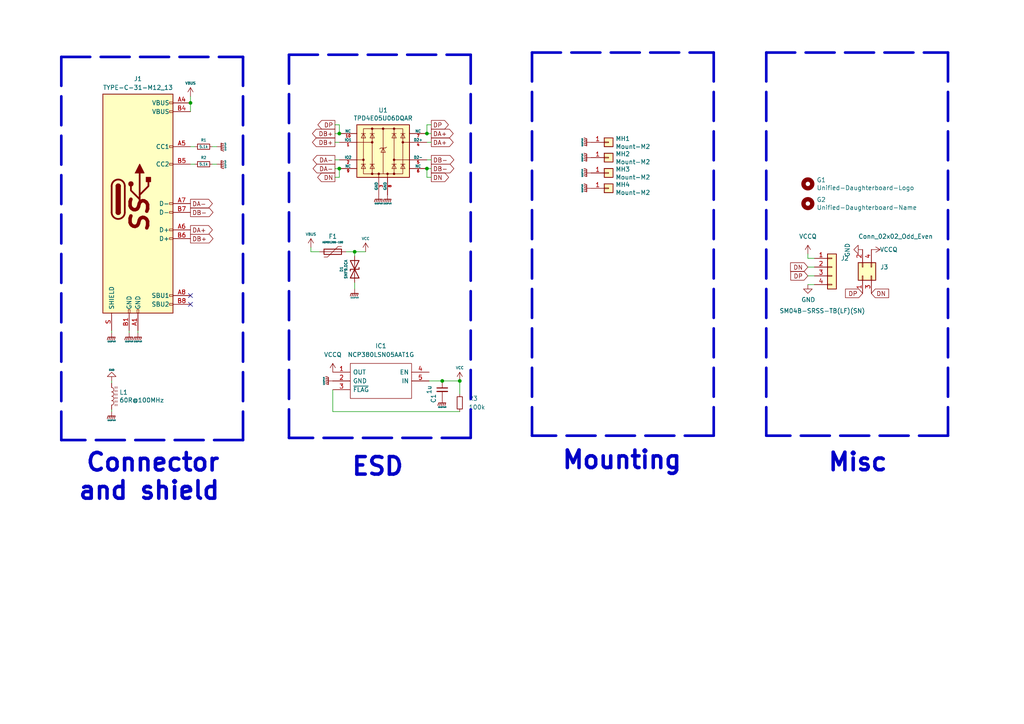
<source format=kicad_sch>
(kicad_sch (version 20211123) (generator eeschema)
  (paper "A4")
  (title_block (title "Unified Daughterboard") (date "2020-03-22") (rev "C3") (company "Designed by the keyboard community"))
  (lib_symbols
    (symbol "Connector_Generic:Conn_01x01" (pin_names (offset 1.016) hide)
      (property "Reference" "J" (at 0 2.54 0))
      (property "Value" "Conn_01x01" (at 0 -2.54 0))
      (symbol "Conn_01x01_1_1"
        (rectangle (start -1.27 0.127) (end 0 -0.127) (stroke (width 0.1524)))
        (rectangle (start -1.27 1.27) (end 1.27 -1.27) (stroke (width 0.254)) (fill (type background)))
        (pin passive line (at -5.08 0 0) (length 3.81) (name "Pin_1") (number "1"))
      )
    )
    (symbol "Connector_Generic:Conn_01x04" (pin_names (offset 1.016) hide)
      (property "Reference" "J" (at 0 5.08 0))
      (property "Value" "Conn_01x04" (at 0 -7.62 0))
      (symbol "Conn_01x04_1_1"
        (rectangle (start -1.27 -4.953) (end 0 -5.207) (stroke (width 0.1524)))
        (rectangle (start -1.27 -2.413) (end 0 -2.667) (stroke (width 0.1524)))
        (rectangle (start -1.27 0.127) (end 0 -0.127) (stroke (width 0.1524)))
        (rectangle (start -1.27 2.667) (end 0 2.413) (stroke (width 0.1524)))
        (rectangle (start -1.27 3.81) (end 1.27 -6.35) (stroke (width 0.254)) (fill (type background)))
        (pin passive line (at -5.08 2.54 0) (length 3.81) (name "Pin_1") (number "1"))
        (pin passive line (at -5.08 0 0) (length 3.81) (name "Pin_2") (number "2"))
        (pin passive line (at -5.08 -2.54 0) (length 3.81) (name "Pin_3") (number "3"))
        (pin passive line (at -5.08 -5.08 0) (length 3.81) (name "Pin_4") (number "4"))
      )
    )
    (symbol "Connector_Generic:Conn_02x02_Odd_Even" (pin_names (offset 1.016) hide)
      (property "Reference" "J" (at 1.27 2.54 0))
      (property "Value" "Conn_02x02_Odd_Even" (at 1.27 -5.08 0))
      (symbol "Conn_02x02_Odd_Even_1_1"
        (rectangle (start -1.27 -2.413) (end 0 -2.667) (stroke (width 0.1524)))
        (rectangle (start -1.27 0.127) (end 0 -0.127) (stroke (width 0.1524)))
        (rectangle (start -1.27 1.27) (end 3.81 -3.81) (stroke (width 0.254)) (fill (type background)))
        (rectangle (start 3.81 -2.413) (end 2.54 -2.667) (stroke (width 0.1524)))
        (rectangle (start 3.81 0.127) (end 2.54 -0.127) (stroke (width 0.1524)))
        (pin passive line (at -5.08 0 0) (length 3.81) (name "Pin_1") (number "1"))
        (pin passive line (at 7.62 0 180) (length 3.81) (name "Pin_2") (number "2"))
        (pin passive line (at -5.08 -2.54 0) (length 3.81) (name "Pin_3") (number "3"))
        (pin passive line (at 7.62 -2.54 180) (length 3.81) (name "Pin_4") (number "4"))
      )
    )
    (symbol "Device:C_Small" (pin_numbers hide) (pin_names (offset 0.254) hide)
      (property "Reference" "C" (at 0.254 1.778 0))
      (property "Value" "C_Small" (at 0.254 -2.032 0))
      (symbol "C_Small_0_1"
        (polyline (pts (xy -1.524 -0.508) (xy 1.524 -0.508)) (stroke (width 0.3302)))
        (polyline (pts (xy -1.524 0.508) (xy 1.524 0.508)) (stroke (width 0.3048)))
      )
      (symbol "C_Small_1_1"
        (pin passive line (at 0 2.54 270) (length 2.032) (name "~") (number "1"))
        (pin passive line (at 0 -2.54 90) (length 2.032) (name "~") (number "2"))
      )
    )
    (symbol "Device:D_TVS" (pin_numbers hide) (pin_names (offset 1.016) hide)
      (property "Reference" "D" (at 0 2.54 0))
      (property "Value" "D_TVS" (at 0 -2.54 0))
      (symbol "D_TVS_0_1"
        (polyline (pts (xy 1.27 0) (xy -1.27 0)))
        (polyline (pts (xy 0.508 1.27) (xy 0 1.27) (xy 0 -1.27) (xy -0.508 -1.27)) (stroke (width 0.254)))
        (polyline (pts (xy -2.54 1.27) (xy -2.54 -1.27) (xy 2.54 1.27) (xy 2.54 -1.27) (xy -2.54 1.27)) (stroke (width 0.254)))
      )
      (symbol "D_TVS_1_1"
        (pin passive line (at -3.81 0 0) (length 2.54) (name "A1") (number "1"))
        (pin passive line (at 3.81 0 180) (length 2.54) (name "A2") (number "2"))
      )
    )
    (symbol "Device:Polyfuse" (pin_numbers hide) (pin_names (offset 0))
      (property "Reference" "F" (at -2.54 0 90))
      (property "Value" "Polyfuse" (at 2.54 0 90))
      (symbol "Polyfuse_0_1"
        (rectangle (start -0.762 2.54) (end 0.762 -2.54) (stroke (width 0.254)))
        (polyline (pts (xy 0 2.54) (xy 0 -2.54)))
        (polyline (pts (xy -1.524 2.54) (xy -1.524 1.524) (xy 1.524 -1.524) (xy 1.524 -2.54)))
      )
      (symbol "Polyfuse_1_1"
        (pin passive line (at 0 3.81 270) (length 1.27) (name "~") (number "1"))
        (pin passive line (at 0 -3.81 90) (length 1.27) (name "~") (number "2"))
      )
    )
    (symbol "Device:R_Small" (pin_numbers hide) (pin_names (offset 0.254) hide)
      (property "Reference" "R" (at 0.762 0.508 0))
      (property "Value" "R_Small" (at 0.762 -1.016 0))
      (symbol "R_Small_0_1"
        (rectangle (start -0.762 1.778) (end 0.762 -1.778) (stroke (width 0.2032)))
      )
      (symbol "R_Small_1_1"
        (pin passive line (at 0 2.54 270) (length 0.762) (name "~") (number "1"))
        (pin passive line (at 0 -2.54 90) (length 0.762) (name "~") (number "2"))
      )
    )
    (symbol "Mechanical:MountingHole" (pin_names (offset 1.016))
      (property "Reference" "H" (at 0 5.08 0))
      (property "Value" "MountingHole" (at 0 3.175 0))
      (symbol "MountingHole_0_1"
        (circle (center 0 0) (radius 1.27) (stroke (width 1.27)))
      )
    )
    (symbol "SamacSys_Parts:NCP380LSN05AAT1G" (pin_names (offset 0.762))
      (property "Reference" "IC" (at 24.13 7.62 0))
      (property "Value" "NCP380LSN05AAT1G" (at 24.13 5.08 0))
      (symbol "NCP380LSN05AAT1G_0_0"
        (pin output line (at 0 0 0) (length 5.08) (name "OUT") (number "1"))
        (pin power_in line (at 0 -2.54 0) (length 5.08) (name "GND") (number "2"))
        (pin passive line (at 0 -5.08 0) (length 5.08) (name "~{FLAG}") (number "3"))
        (pin passive line (at 27.94 0 180) (length 5.08) (name "EN") (number "4"))
        (pin input line (at 27.94 -2.54 180) (length 5.08) (name "IN") (number "5"))
      )
      (symbol "NCP380LSN05AAT1G_0_1"
        (polyline (pts (xy 5.08 2.54) (xy 22.86 2.54) (xy 22.86 -7.62) (xy 5.08 -7.62) (xy 5.08 2.54)) (stroke (width 0.1524)))
      )
    )
    (symbol "Unified-Daughterboard-rescue:L_Core_Ferrite-Device" (pin_numbers hide) (pin_names (offset 1.016) hide)
      (property "Reference" "L" (at -1.27 0 90))
      (property "Value" "L_Core_Ferrite-Device" (at 2.794 0 90))
      (symbol "L_Core_Ferrite-Device_0_1"
        (arc (start 0 -2.54) (mid 0.635 -1.905) (end 0 -1.27))
        (arc (start 0 -1.27) (mid 0.635 -0.635) (end 0 0))
        (polyline (pts (xy 1.016 -2.794) (xy 1.016 -2.286)))
        (polyline (pts (xy 1.016 -1.778) (xy 1.016 -1.27)))
        (polyline (pts (xy 1.016 -0.762) (xy 1.016 -0.254)))
        (polyline (pts (xy 1.016 0.254) (xy 1.016 0.762)))
        (polyline (pts (xy 1.016 1.27) (xy 1.016 1.778)))
        (polyline (pts (xy 1.016 2.286) (xy 1.016 2.794)))
        (polyline (pts (xy 1.524 -2.286) (xy 1.524 -2.794)))
        (polyline (pts (xy 1.524 -1.27) (xy 1.524 -1.778)))
        (polyline (pts (xy 1.524 -0.254) (xy 1.524 -0.762)))
        (polyline (pts (xy 1.524 0.762) (xy 1.524 0.254)))
        (polyline (pts (xy 1.524 1.778) (xy 1.524 1.27)))
        (polyline (pts (xy 1.524 2.794) (xy 1.524 2.286)))
        (arc (start 0 0) (mid 0.635 0.635) (end 0 1.27))
        (arc (start 0 1.27) (mid 0.635 1.905) (end 0 2.54))
      )
      (symbol "L_Core_Ferrite-Device_1_1"
        (pin passive line (at 0 3.81 270) (length 1.27) (name "1") (number "1"))
        (pin passive line (at 0 -3.81 90) (length 1.27) (name "2") (number "2"))
      )
    )
    (symbol "Unified-Daughterboard-rescue:TPD4E05U06DQAR-acheronSymbols" (pin_names (offset 0))
      (property "Reference" "U" (at 0 12.7 0))
      (property "Value" "TPD4E05U06DQAR-acheronSymbols" (at 0 10.16 0))
      (symbol "TPD4E05U06DQAR-acheronSymbols_0_0"
        (rectangle (start -5.715 6.477) (end 5.715 -6.604))
        (polyline (pts (xy -3.175 -6.604) (xy -3.175 6.477)))
        (polyline (pts (xy 0 6.477) (xy 0 -6.604)))
        (polyline (pts (xy 3.175 6.477) (xy 3.175 -6.604)))
      )
      (symbol "TPD4E05U06DQAR-acheronSymbols_0_1"
        (rectangle (start -7.62 7.62) (end 7.62 -7.62) (stroke (width 0.254)) (fill (type background)))
        (circle (center -5.715 -2.54) (radius 0.2794) (fill (type outline)))
        (circle (center -3.175 -6.604) (radius 0.2794) (fill (type outline)))
        (circle (center -3.175 2.54) (radius 0.2794) (fill (type outline)))
        (circle (center -3.175 6.477) (radius 0.2794) (fill (type outline)))
        (circle (center -1.27 -6.604) (radius 0.2794) (fill (type outline)))
        (polyline (pts (xy -7.747 2.54) (xy -3.175 2.54)))
        (polyline (pts (xy -7.62 -2.54) (xy -5.715 -2.54)))
        (polyline (pts (xy -5.08 -3.81) (xy -6.35 -3.81)))
        (polyline (pts (xy -5.08 5.08) (xy -6.35 5.08)))
        (polyline (pts (xy -2.54 -3.81) (xy -3.81 -3.81)))
        (polyline (pts (xy -2.54 5.08) (xy -3.81 5.08)))
        (polyline (pts (xy -1.27 -6.604) (xy -1.27 -7.62)))
        (polyline (pts (xy -0.635 0.889) (xy -1.016 0.635)))
        (polyline (pts (xy 0.635 0.889) (xy -0.635 0.889)))
        (polyline (pts (xy 0.635 0.889) (xy 1.016 1.143)))
        (polyline (pts (xy 3.81 -3.81) (xy 2.54 -3.81)))
        (polyline (pts (xy 3.81 5.08) (xy 2.54 5.08)))
        (polyline (pts (xy 6.35 -3.81) (xy 5.08 -3.81)))
        (polyline (pts (xy 6.35 5.08) (xy 5.08 5.08)))
        (polyline (pts (xy 7.62 -2.54) (xy 3.175 -2.54)))
        (polyline (pts (xy 7.62 2.54) (xy 5.715 2.54)))
        (polyline (pts (xy -5.08 -5.08) (xy -6.35 -5.08) (xy -5.715 -3.81) (xy -5.08 -5.08)))
        (polyline (pts (xy -5.08 3.81) (xy -6.35 3.81) (xy -5.715 5.08) (xy -5.08 3.81)))
        (polyline (pts (xy -2.54 -5.08) (xy -3.81 -5.08) (xy -3.175 -3.81) (xy -2.54 -5.08)))
        (polyline (pts (xy -2.54 3.81) (xy -3.81 3.81) (xy -3.175 5.08) (xy -2.54 3.81)))
        (polyline (pts (xy 0.635 -0.381) (xy -0.635 -0.381) (xy 0 0.889) (xy 0.635 -0.381)))
        (polyline (pts (xy 3.81 -5.08) (xy 2.54 -5.08) (xy 3.175 -3.81) (xy 3.81 -5.08)))
        (polyline (pts (xy 3.81 3.81) (xy 2.54 3.81) (xy 3.175 5.08) (xy 3.81 3.81)))
        (polyline (pts (xy 6.35 -5.08) (xy 5.08 -5.08) (xy 5.715 -3.81) (xy 6.35 -5.08)))
        (polyline (pts (xy 6.35 3.81) (xy 5.08 3.81) (xy 5.715 5.08) (xy 6.35 3.81)))
        (circle (center 0 6.477) (radius 0.2794) (fill (type outline)))
        (circle (center 3.175 -6.604) (radius 0.2794) (fill (type outline)))
        (circle (center 3.175 -2.54) (radius 0.2794) (fill (type outline)))
        (circle (center 3.175 6.477) (radius 0.2794) (fill (type outline)))
        (circle (center 5.715 2.54) (radius 0.2794) (fill (type outline)))
      )
      (symbol "TPD4E05U06DQAR-acheronSymbols_1_1"
        (polyline (pts (xy 1.27 -6.604) (xy 1.27 -7.62)))
        (circle (center 1.27 -6.604) (radius 0.2794) (fill (type outline)))
        (pin bidirectional line (at -12.7 2.54 0) (length 5.08) (name "IO1") (number "1"))
        (pin bidirectional line (at -12.7 5.08 0) (length 5.08) (name "NC") (number "10"))
        (pin bidirectional line (at -12.7 -2.54 0) (length 5.08) (name "IO2") (number "2"))
        (pin power_in line (at -1.27 -12.7 90) (length 5.08) (name "GND") (number "3"))
        (pin bidirectional line (at 12.7 2.54 180) (length 5.08) (name "D2+") (number "4"))
        (pin bidirectional line (at 12.7 -2.54 180) (length 5.08) (name "D2-") (number "5"))
        (pin bidirectional line (at 12.7 -5.08 180) (length 5.08) (name "NC") (number "6"))
        (pin bidirectional line (at 12.7 5.08 180) (length 5.08) (name "NC") (number "7"))
        (pin power_in line (at 1.27 -12.7 90) (length 5.08) (name "GND") (number "8"))
        (pin bidirectional line (at -12.7 -5.08 0) (length 5.08) (name "NC") (number "9"))
      )
    )
    (symbol "Unified-Daughterboard-rescue:TYPE-C-31-M12_13-acheronSymbols" (pin_names (offset 1.016))
      (property "Reference" "J" (at -1.27 35.56 0))
      (property "Value" "TYPE-C-31-M12_13-acheronSymbols" (at 10.16 33.02 0))
      (symbol "TYPE-C-31-M12_13-acheronSymbols_0_0"
        (rectangle (start -0.254 -31.75) (end 0.254 -30.734))
        (rectangle (start 10.16 -28.956) (end 9.144 -29.464))
        (rectangle (start 10.16 -26.416) (end 9.144 -26.924))
        (rectangle (start 10.16 -9.906) (end 9.144 -10.414))
        (rectangle (start 10.16 -7.366) (end 9.144 -7.874))
        (rectangle (start 10.16 -2.286) (end 9.144 -2.794))
        (rectangle (start 10.16 0.254) (end 9.144 -0.254))
        (rectangle (start 10.16 11.684) (end 9.144 11.176))
        (rectangle (start 10.16 16.764) (end 9.144 16.256))
        (rectangle (start 10.16 29.464) (end 9.144 28.956))
        (text "SS" (at 0.508 -3.175 900) (effects (font (size 5.08 5.08) bold italic)))
      )
      (symbol "TYPE-C-31-M12_13-acheronSymbols_0_1"
        (rectangle (start -10.16 31.75) (end 10.16 -31.75) (stroke (width 0.254)) (fill (type background)))
        (arc (start -7.62 -2.54) (mid -5.715 -4.445) (end -3.81 -2.54) (stroke (width 0.508)))
        (arc (start -6.35 -2.54) (mid -5.715 -3.175) (end -5.08 -2.54) (stroke (width 0.254)))
        (arc (start -6.35 -2.54) (mid -5.715 -3.175) (end -5.08 -2.54) (stroke (width 0.254)) (fill (type outline)))
        (rectangle (start -6.35 -2.54) (end -5.08 5.08) (stroke (width 0.254)) (fill (type outline)))
        (arc (start -5.08 5.08) (mid -5.715 5.715) (end -6.35 5.08) (stroke (width 0.254)))
        (arc (start -5.08 5.08) (mid -5.715 5.715) (end -6.35 5.08) (stroke (width 0.254)) (fill (type outline)))
        (arc (start -3.81 5.08) (mid -5.715 6.985) (end -7.62 5.08) (stroke (width 0.508)))
        (circle (center -2.032 5.715) (radius 0.635) (stroke (width 0.254)) (fill (type outline)))
        (polyline (pts (xy -7.62 -2.54) (xy -7.62 5.08)) (stroke (width 0.508)))
        (polyline (pts (xy -3.81 5.08) (xy -3.81 -2.54)) (stroke (width 0.508)))
        (polyline (pts (xy 0.508 0) (xy 0.508 8.89)) (stroke (width 0.508)))
        (polyline (pts (xy 0.508 1.27) (xy -2.032 3.81) (xy -2.032 5.08)) (stroke (width 0.508)))
        (polyline (pts (xy 0.508 2.54) (xy 3.048 5.08) (xy 3.048 6.35)) (stroke (width 0.508)))
        (polyline (pts (xy -0.762 8.89) (xy 0.508 11.43) (xy 1.778 8.89) (xy -0.762 8.89)) (stroke (width 0.254)) (fill (type outline)))
        (rectangle (start 2.413 6.35) (end 3.683 7.62) (stroke (width 0.254)) (fill (type outline)))
      )
      (symbol "TYPE-C-31-M12_13-acheronSymbols_1_1"
        (rectangle (start -2.794 -31.75) (end -2.286 -30.734))
        (rectangle (start 10.16 26.924) (end 9.144 26.416))
        (pin power_out line (at 0 -36.83 90) (length 5.08) (name "GND") (number "A1"))
        (pin power_out line (at 15.24 29.21 180) (length 5.08) (name "VBUS") (number "A4"))
        (pin bidirectional line (at 15.24 16.51 180) (length 5.08) (name "CC1") (number "A5"))
        (pin bidirectional line (at 15.24 -7.62 180) (length 5.08) (name "D+") (number "A6"))
        (pin bidirectional line (at 15.24 0 180) (length 5.08) (name "D-") (number "A7"))
        (pin bidirectional line (at 15.24 -26.67 180) (length 5.08) (name "SBU1") (number "A8"))
        (pin power_out line (at -2.54 -36.83 90) (length 5.08) (name "GND") (number "B1"))
        (pin power_out line (at 15.24 26.67 180) (length 5.08) (name "VBUS") (number "B4"))
        (pin bidirectional line (at 15.24 11.43 180) (length 5.08) (name "CC2") (number "B5"))
        (pin bidirectional line (at 15.24 -10.16 180) (length 5.08) (name "D+") (number "B6"))
        (pin bidirectional line (at 15.24 -2.54 180) (length 5.08) (name "D-") (number "B7"))
        (pin bidirectional line (at 15.24 -29.21 180) (length 5.08) (name "SBU2") (number "B8"))
        (pin passive line (at -7.62 -36.83 90) (length 5.08) (name "SHIELD") (number "S"))
      )
    )
    (symbol "power:GND" (power) (pin_names (offset 0))
      (property "Value" "GND" (at 0 -3.81 0))
      (symbol "GND_0_1"
        (polyline (pts (xy 0 0) (xy 0 -1.27) (xy 1.27 -1.27) (xy 0 -2.54) (xy -1.27 -1.27) (xy 0 -1.27)))
      )
      (symbol "GND_1_1"
        (pin power_in line (at 0 0 270) (length 0) hide (name "GND") (number "1"))
      )
    )
    (symbol "power:GNDPWR" (power) (pin_names (offset 0))
      (property "Value" "GNDPWR" (at 0 -3.302 0))
      (symbol "GNDPWR_0_1"
        (polyline (pts (xy 0 -1.27) (xy 0 0)))
        (polyline (pts (xy -1.016 -1.27) (xy -1.27 -2.032) (xy -1.27 -2.032)) (stroke (width 0.2032)))
        (polyline (pts (xy -0.508 -1.27) (xy -0.762 -2.032) (xy -0.762 -2.032)) (stroke (width 0.2032)))
        (polyline (pts (xy 0 -1.27) (xy -0.254 -2.032) (xy -0.254 -2.032)) (stroke (width 0.2032)))
        (polyline (pts (xy 0.508 -1.27) (xy 0.254 -2.032) (xy 0.254 -2.032)) (stroke (width 0.2032)))
        (polyline (pts (xy 1.016 -1.27) (xy -1.016 -1.27) (xy -1.016 -1.27)) (stroke (width 0.2032)))
        (polyline (pts (xy 1.016 -1.27) (xy 0.762 -2.032) (xy 0.762 -2.032) (xy 0.762 -2.032)) (stroke (width 0.2032)))
      )
      (symbol "GNDPWR_1_1"
        (pin power_in line (at 0 0 270) (length 0) hide (name "GNDPWR") (number "1"))
      )
    )
    (symbol "power:VBUS" (power) (pin_names (offset 0))
      (property "Value" "VBUS" (at 0 3.81 0))
      (symbol "VBUS_0_1"
        (polyline (pts (xy -0.762 1.27) (xy 0 2.54)))
        (polyline (pts (xy 0 0) (xy 0 2.54)))
        (polyline (pts (xy 0 2.54) (xy 0.762 1.27)))
      )
      (symbol "VBUS_1_1"
        (pin power_in line (at 0 0 90) (length 0) hide (name "VBUS") (number "1"))
      )
    )
    (symbol "power:VCC" (power) (pin_names (offset 0))
      (property "Value" "VCC" (at 0 3.81 0))
      (symbol "VCC_0_1"
        (polyline (pts (xy -0.762 1.27) (xy 0 2.54)))
        (polyline (pts (xy 0 0) (xy 0 2.54)))
        (polyline (pts (xy 0 2.54) (xy 0.762 1.27)))
      )
      (symbol "VCC_1_1"
        (pin power_in line (at 0 0 90) (length 0) hide (name "VCC") (number "1"))
      )
    )
    (symbol "power:VCCQ" (power) (pin_names (offset 0))
      (property "Value" "VCCQ" (at 0 3.81 0))
      (symbol "VCCQ_0_1"
        (polyline (pts (xy -0.762 1.27) (xy 0 2.54)))
        (polyline (pts (xy 0 0) (xy 0 2.54)))
        (polyline (pts (xy 0 2.54) (xy 0.762 1.27)))
      )
      (symbol "VCCQ_1_1"
        (pin power_in line (at 0 0 90) (length 0) hide (name "VCCQ") (number "1"))
      )
    )
  )
  (junction (at 102.87 73.025))
  (junction (at 55.245 29.845))
  (junction (at 123.825 48.895))
  (junction (at 98.425 38.735))
  (junction (at 128.27 110.49))
  (junction (at 133.35 110.49))
  (junction (at 123.825 38.735))
  (junction (at 98.425 48.895))
  (no_connect (at 55.245 88.265))
  (no_connect (at 55.245 85.725))
  (wire (pts (xy 234.315 80.01) (xy 236.22 80.01)))
  (polyline (pts (xy 154.305 15.24) (xy 154.305 126.365)) (stroke (width 0.762)))
  (wire (pts (xy 123.825 48.895) (xy 125.095 48.895)))
  (wire (pts (xy 98.425 36.195) (xy 98.425 38.735)))
  (wire (pts (xy 61.595 42.545) (xy 62.865 42.545)))
  (wire (pts (xy 97.155 38.735) (xy 98.425 38.735)))
  (polyline (pts (xy 207.01 126.365) (xy 154.305 126.365)) (stroke (width 0.762)))
  (wire (pts (xy 234.315 74.93) (xy 236.22 74.93)))
  (polyline (pts (xy 222.25 15.24) (xy 274.955 15.24)) (stroke (width 0.762)))
  (wire (pts (xy 32.385 118.745) (xy 32.385 119.38)))
  (wire (pts (xy 123.825 38.735) (xy 125.095 38.735)))
  (polyline (pts (xy 83.82 15.875) (xy 136.525 15.875)) (stroke (width 0.762)))
  (wire (pts (xy 124.46 110.49) (xy 128.27 110.49)))
  (wire (pts (xy 102.87 73.025) (xy 102.87 74.295)))
  (wire (pts (xy 133.35 119.38) (xy 96.52 119.38)))
  (polyline (pts (xy 222.25 15.24) (xy 222.25 126.365)) (stroke (width 0.762)))
  (wire (pts (xy 128.27 110.49) (xy 133.35 110.49)))
  (wire (pts (xy 97.155 41.275) (xy 98.425 41.275)))
  (polyline (pts (xy 274.955 15.24) (xy 274.955 126.365)) (stroke (width 0.762)))
  (wire (pts (xy 61.595 47.625) (xy 62.865 47.625)))
  (wire (pts (xy 123.825 51.435) (xy 125.095 51.435)))
  (wire (pts (xy 123.825 46.355) (xy 125.095 46.355)))
  (polyline (pts (xy 83.82 15.875) (xy 83.82 127)) (stroke (width 0.762)))
  (wire (pts (xy 133.35 110.49) (xy 133.35 114.3)))
  (polyline (pts (xy 70.485 16.51) (xy 70.485 127.635)) (stroke (width 0.762)))
  (wire (pts (xy 100.33 73.025) (xy 102.87 73.025)))
  (wire (pts (xy 123.825 36.195) (xy 123.825 38.735)))
  (wire (pts (xy 55.245 27.94) (xy 55.245 29.845)))
  (polyline (pts (xy 207.01 15.24) (xy 207.01 126.365)) (stroke (width 0.762)))
  (wire (pts (xy 40.005 95.885) (xy 40.005 96.52)))
  (polyline (pts (xy 274.955 126.365) (xy 222.25 126.365)) (stroke (width 0.762)))
  (wire (pts (xy 55.245 47.625) (xy 56.515 47.625)))
  (wire (pts (xy 123.825 41.275) (xy 125.095 41.275)))
  (wire (pts (xy 55.245 29.845) (xy 55.245 32.385)))
  (wire (pts (xy 123.825 48.895) (xy 123.825 51.435)))
  (wire (pts (xy 98.425 51.435) (xy 98.425 48.895)))
  (wire (pts (xy 102.87 81.915) (xy 102.87 83.82)))
  (polyline (pts (xy 136.525 15.875) (xy 136.525 127)) (stroke (width 0.762)))
  (wire (pts (xy 55.245 42.545) (xy 56.515 42.545)))
  (wire (pts (xy 97.155 51.435) (xy 98.425 51.435)))
  (wire (pts (xy 97.155 48.895) (xy 98.425 48.895)))
  (wire (pts (xy 236.22 77.47) (xy 234.315 77.47)))
  (wire (pts (xy 32.385 110.49) (xy 32.385 111.125)))
  (polyline (pts (xy 17.78 16.51) (xy 70.485 16.51)) (stroke (width 0.762)))
  (wire (pts (xy 32.385 95.885) (xy 32.385 96.52)))
  (wire (pts (xy 102.87 73.025) (xy 106.045 73.025)))
  (polyline (pts (xy 70.485 127.635) (xy 17.78 127.635)) (stroke (width 0.762)))
  (polyline (pts (xy 136.525 127) (xy 83.82 127)) (stroke (width 0.762)))
  (wire (pts (xy 97.155 46.355) (xy 98.425 46.355)))
  (wire (pts (xy 90.17 73.025) (xy 92.71 73.025)))
  (polyline (pts (xy 17.78 16.51) (xy 17.78 127.635)) (stroke (width 0.762)))
  (wire (pts (xy 97.155 36.195) (xy 98.425 36.195)))
  (polyline (pts (xy 154.305 15.24) (xy 207.01 15.24)) (stroke (width 0.762)))
  (wire (pts (xy 125.095 36.195) (xy 123.825 36.195)))
  (wire (pts (xy 90.17 71.755) (xy 90.17 73.025)))
  (wire (pts (xy 37.465 95.885) (xy 37.465 96.52)))
  (wire (pts (xy 234.315 82.55) (xy 236.22 82.55)))
  (wire (pts (xy 234.315 73.66) (xy 234.315 74.93)))
  (wire (pts (xy 96.52 119.38) (xy 96.52 113.03)))
  (text "Mounting" (at 198.12 136.525 180) (effects (font (size 5.08 5.08) (thickness 1.016) bold) (justify right bottom)))
  (text "Connector\nand shield" (at 64.135 145.415 180) (effects (font (size 5.08 5.08) (thickness 1.016) bold) (justify right bottom)))
  (text "ESD" (at 117.475 138.43 180) (effects (font (size 5.08 5.08) (thickness 1.016) bold) (justify right bottom)))
  (text "Misc" (at 257.81 137.16 180) (effects (font (size 5.08 5.08) (thickness 1.016) bold) (justify right bottom)))
  (global_label "DB-" (shape output) (at 125.095 46.355 0) (property "Intersheet References" "${INTERSHEET_REFS}" (effects hide)))
  (global_label "DB-" (shape output) (at 125.095 48.895 0) (property "Intersheet References" "${INTERSHEET_REFS}" (effects hide)))
  (global_label "DB-" (shape output) (at 55.245 61.595 0) (property "Intersheet References" "${INTERSHEET_REFS}" (effects hide)))
  (global_label "DA-" (shape output) (at 55.245 59.055 0) (property "Intersheet References" "${INTERSHEET_REFS}" (effects hide)))
  (global_label "DA-" (shape output) (at 97.155 46.355 180) (property "Intersheet References" "${INTERSHEET_REFS}" (effects hide)))
  (global_label "DA+" (shape output) (at 55.245 66.675 0) (property "Intersheet References" "${INTERSHEET_REFS}" (effects hide)))
  (global_label "DP" (shape input) (at 250.19 85.09 180) (property "Intersheet References" "${INTERSHEET_REFS}" (effects hide)))
  (global_label "DB+" (shape output) (at 55.245 69.215 0) (property "Intersheet References" "${INTERSHEET_REFS}" (effects hide)))
  (global_label "DA+" (shape output) (at 125.095 41.275 0) (property "Intersheet References" "${INTERSHEET_REFS}" (effects hide)))
  (global_label "DN" (shape output) (at 97.155 51.435 180) (property "Intersheet References" "${INTERSHEET_REFS}" (effects hide)))
  (global_label "DA+" (shape output) (at 125.095 38.735 0) (property "Intersheet References" "${INTERSHEET_REFS}" (effects hide)))
  (global_label "DN" (shape output) (at 125.095 51.435 0) (property "Intersheet References" "${INTERSHEET_REFS}" (effects hide)))
  (global_label "DN" (shape input) (at 252.73 85.09 0) (property "Intersheet References" "${INTERSHEET_REFS}" (effects hide)))
  (global_label "DP" (shape output) (at 97.155 36.195 180) (property "Intersheet References" "${INTERSHEET_REFS}" (effects hide)))
  (global_label "DB+" (shape output) (at 97.155 41.275 180) (property "Intersheet References" "${INTERSHEET_REFS}" (effects hide)))
  (global_label "DA-" (shape output) (at 97.155 48.895 180) (property "Intersheet References" "${INTERSHEET_REFS}" (effects hide)))
  (global_label "DB+" (shape output) (at 97.155 38.735 180) (property "Intersheet References" "${INTERSHEET_REFS}" (effects hide)))
  (global_label "DP" (shape input) (at 234.315 80.01 180) (property "Intersheet References" "${INTERSHEET_REFS}" (effects hide)))
  (global_label "DP" (shape output) (at 125.095 36.195 0) (property "Intersheet References" "${INTERSHEET_REFS}" (effects hide)))
  (global_label "DN" (shape input) (at 234.315 77.47 180) (property "Intersheet References" "${INTERSHEET_REFS}" (effects hide)))
  (symbol (lib_id "Connector_Generic:Conn_01x04") (at 241.3 77.47 0) (unit 1)
    (property "Reference" "J2" (at 243.84 74.93 0) (effects (justify left)))
    (property "Value" "SM04B-SRSS-TB(LF)(SN)" (at 226.06 90.17 0) (effects (justify left)))
    (property "Footprint" "random-keyboard-parts:JST-SR-4" (effects hide))
    (property "Manufacturer" "JST Sales America" (effects hide))
    (property "Manufacturer Part No" "SM04B-SRSS-TB(LF)(SN)" (effects hide))
    (property "LCSC Part No" "C160404" (effects hide))
  )
  (symbol (lib_id "Device:R_Small") (at 59.055 42.545 90) (unit 1)
    (property "Reference" "R1" (at 59.055 40.64 90) (effects (font (size 0.762 0.762))))
    (property "Value" "5.1k" (at 59.055 42.545 90) (effects (font (size 0.762 0.762))))
    (property "Footprint" "Resistor_SMD:R_0402_1005Metric_Pad0.72x0.64mm_HandSolder" (effects hide))
    (property "Package" "R0603" (effects hide))
  )
  (symbol (lib_id "Device:R_Small") (at 59.055 47.625 90) (unit 1)
    (property "Reference" "R2" (at 59.055 45.72 90) (effects (font (size 0.762 0.762))))
    (property "Value" "5.1k" (at 59.055 47.625 90) (effects (font (size 0.762 0.762))))
    (property "Footprint" "Resistor_SMD:R_0402_1005Metric_Pad0.72x0.64mm_HandSolder" (effects hide))
    (property "Package" "R0603" (effects hide))
  )
  (symbol (lib_id "power:GND") (at 234.315 82.55 0) (unit 1)
    (property "Reference" "#PWR0104" (effects hide))
    (property "Value" "GND" (at 234.442 86.9442 0))
  )
  (symbol (lib_id "Connector_Generic:Conn_01x01") (at 176.53 41.275 0) (unit 1)
    (property "Reference" "MH1" (at 178.5366 40.2082 0) (effects (justify left)))
    (property "Value" "Mount-M2" (at 178.5366 42.5196 0) (effects (justify left)))
    (property "Footprint" "random-keyboard-parts:Generic-Mounthole" (effects hide))
  )
  (symbol (lib_id "Connector_Generic:Conn_01x01") (at 176.53 45.72 0) (unit 1)
    (property "Reference" "MH2" (at 178.5366 44.6532 0) (effects (justify left)))
    (property "Value" "Mount-M2" (at 178.5366 46.9646 0) (effects (justify left)))
    (property "Footprint" "random-keyboard-parts:Generic-Mounthole" (effects hide))
  )
  (symbol (lib_id "Connector_Generic:Conn_01x01") (at 176.53 50.165 0) (unit 1)
    (property "Reference" "MH3" (at 178.5366 49.0982 0) (effects (justify left)))
    (property "Value" "Mount-M2" (at 178.5366 51.4096 0) (effects (justify left)))
    (property "Footprint" "random-keyboard-parts:Generic-Mounthole" (effects hide))
  )
  (symbol (lib_id "Connector_Generic:Conn_01x01") (at 176.53 54.61 0) (unit 1)
    (property "Reference" "MH4" (at 178.5366 53.5432 0) (effects (justify left)))
    (property "Value" "Mount-M2" (at 178.5366 55.8546 0) (effects (justify left)))
    (property "Footprint" "random-keyboard-parts:Generic-Mounthole" (effects hide))
  )
  (symbol (lib_id "Device:D_TVS") (at 102.87 78.105 270) (mirror x) (unit 1)
    (property "Reference" "D1" (at 99.06 78.105 0) (effects (font (size 0.762 0.762))))
    (property "Value" "SMF9.0CA" (at 100.33 78.105 0) (effects (font (size 0.762 0.762))))
    (property "Footprint" "acheron_Components:D_SOD-123_Bidirectional" (effects hide))
    (property "Package" "SOD-123F-B" (effects hide))
    (property "Manufacturer" "Microdiode Electronics" (effects hide))
    (property "Manufacturer Part No" "SMF9.0CA" (effects hide))
    (property "LCSC Part No" "C123799" (effects hide))
  )
  (symbol (lib_id "Unified-Daughterboard-rescue:TYPE-C-31-M12_13-acheronSymbols") (at 40.005 59.055 0) (unit 1)
    (property "Reference" "J1" (at 40.005 22.86 0))
    (property "Value" "TYPE-C-31-M12_13" (at 40.005 25.4 0))
    (property "Footprint" "acheron_Connectors:TYPE-C-31-M-12" (effects hide))
    (property "Manufacturer" "Korean Hroparts" (effects hide))
    (property "Manufacturer Part No" "TYPE-C-31-M-12" (effects hide))
    (property "LCSC Part No" "C165948" (effects hide))
  )
  (symbol (lib_id "power:GNDPWR") (at 32.385 96.52 0) (unit 1)
    (property "Reference" "#PWR0106" (effects hide))
    (property "Value" "GNDPWR" (at 32.385 99.06 0) (effects (font (size 0.381 0.381))))
  )
  (symbol (lib_id "power:GNDPWR") (at 37.465 96.52 0) (unit 1)
    (property "Reference" "#PWR0107" (effects hide))
    (property "Value" "GNDPWR" (at 37.465 99.06 0) (effects (font (size 0.381 0.381))))
  )
  (symbol (lib_id "power:VBUS") (at 55.245 27.94 0) (unit 1)
    (property "Reference" "#PWR0113" (effects hide))
    (property "Value" "VBUS" (at 55.245 24.13 0) (effects (font (size 0.762 0.762))))
  )
  (symbol (lib_id "power:GNDPWR") (at 40.005 96.52 0) (unit 1)
    (property "Reference" "#PWR0105" (effects hide))
    (property "Value" "GNDPWR" (at 40.005 99.06 0) (effects (font (size 0.381 0.381))))
  )
  (symbol (lib_id "Mechanical:MountingHole") (at 234.315 59.055 0) (unit 1)
    (property "Reference" "G2" (at 236.855 57.912 0) (effects (justify left)))
    (property "Value" "Unified-Daughterboard-Name" (at 236.855 60.198 0) (effects (justify left)))
    (property "Footprint" "Unified-Daughterboard-Logo:Unified-Daughterboard-Name.pretty" (effects hide))
  )
  (symbol (lib_id "power:GNDPWR") (at 62.865 42.545 90) (unit 1)
    (property "Reference" "#PWR0102" (effects hide))
    (property "Value" "GNDPWR" (at 65.405 42.545 0) (effects (font (size 0.381 0.381))))
  )
  (symbol (lib_id "power:GNDPWR") (at 62.865 47.625 90) (unit 1)
    (property "Reference" "#PWR0101" (effects hide))
    (property "Value" "GNDPWR" (at 65.405 47.625 0) (effects (font (size 0.381 0.381))))
  )
  (symbol (lib_id "power:GNDPWR") (at 171.45 45.72 270) (unit 1)
    (property "Reference" "#PWR0110" (effects hide))
    (property "Value" "GNDPWR" (at 168.91 45.72 0) (effects (font (size 0.381 0.381))))
  )
  (symbol (lib_id "Unified-Daughterboard-rescue:TPD4E05U06DQAR-acheronSymbols") (at 111.125 43.815 0) (unit 1)
    (property "Reference" "U1" (at 111.125 31.9786 0))
    (property "Value" "TPD4E05U06DQAR" (at 111.125 34.29 0))
    (property "Footprint" "acheron_Components:USON-10_2.5x1.0mm_P0.5mm" (effects hide))
    (property "Manufacturer" "Texas Instruments" (effects hide))
    (property "Manufacturer Part No" "TPD4E05U06DQAR" (effects hide))
    (property "LCSC Part No" "C138714" (effects hide))
    (property "Package" "uSON-10" (effects hide))
  )
  (symbol (lib_id "power:GNDPWR") (at 102.87 83.82 0) (unit 1)
    (property "Reference" "#PWR0114" (effects hide))
    (property "Value" "GNDPWR" (at 102.87 86.36 0) (effects (font (size 0.381 0.381))))
  )
  (symbol (lib_id "power:VBUS") (at 90.17 71.755 0) (unit 1)
    (property "Reference" "#PWR0115" (effects hide))
    (property "Value" "VBUS" (at 90.17 67.945 0) (effects (font (size 0.762 0.762))))
  )
  (symbol (lib_id "Device:Polyfuse") (at 96.52 73.025 90) (unit 1)
    (property "Reference" "F1" (at 96.52 68.58 90))
    (property "Value" "ASMD1206-150" (at 96.52 70.2564 90) (effects (font (size 0.508 0.508))))
    (property "Footprint" "Fuse:Fuse_0603_1608Metric_Pad1.05x0.95mm_HandSolder" (effects hide))
    (property "Manufacturer" "Shenzhen JDT Fuse" (effects hide))
    (property "Manufacturer Part No" "ASMD1206-150" (effects hide))
    (property "LCSC Part No" "C135342" (effects hide))
    (property "Package" "F1206" (effects hide))
  )
  (symbol (lib_id "power:GNDPWR") (at 109.855 56.515 0) (unit 1)
    (property "Reference" "#PWR0111" (effects hide))
    (property "Value" "GNDPWR" (at 109.855 59.055 0) (effects (font (size 0.381 0.381))))
  )
  (symbol (lib_id "power:VCC") (at 106.045 73.025 0) (unit 1)
    (property "Reference" "#PWR0119" (effects hide))
    (property "Value" "VCC" (at 106.045 69.215 0) (effects (font (size 0.762 0.762))))
  )
  (symbol (lib_id "power:GNDPWR") (at 112.395 56.515 0) (unit 1)
    (property "Reference" "#PWR0112" (effects hide))
    (property "Value" "GNDPWR" (at 112.395 59.055 0) (effects (font (size 0.381 0.381))))
  )
  (symbol (lib_id "Unified-Daughterboard-rescue:L_Core_Ferrite-Device") (at 32.385 114.935 0) (unit 1)
    (property "Reference" "L1" (at 34.6202 113.792 0) (effects (justify left)))
    (property "Value" "60R@100MHz" (at 34.6202 116.078 0) (effects (justify left)))
    (property "Footprint" "Inductor_SMD:L_1206_3216Metric" (effects hide))
    (property "Manufacturer" "MELED Industrial" (effects hide))
    (property "Manufacturer Part No" "MLB3216-600P4A(f)" (effects hide))
    (property "LCSC Part No" "C33600" (effects hide))
    (property "Package" "L1206" (effects hide))
  )
  (symbol (lib_id "Mechanical:MountingHole") (at 234.315 53.34 0) (unit 1)
    (property "Reference" "G1" (at 236.855 52.197 0) (effects (justify left)))
    (property "Value" "Unified-Daughterboard-Logo" (at 236.855 54.483 0) (effects (justify left)))
    (property "Footprint" "Unified-Daughterboard-Logo:Unified-Daughterboard-Logo.pretty" (effects hide))
  )
  (symbol (lib_id "power:GNDPWR") (at 32.385 119.38 0) (unit 1)
    (property "Reference" "#PWR0108" (effects hide))
    (property "Value" "GNDPWR" (at 32.385 121.92 0) (effects (font (size 0.381 0.381))))
  )
  (symbol (lib_id "power:GND") (at 32.385 110.49 180) (unit 1)
    (property "Reference" "#PWR0109" (effects hide))
    (property "Value" "GND" (at 32.385 107.315 0) (effects (font (size 0.508 0.508))))
  )
  (symbol (lib_id "power:VCCQ") (at 234.315 73.66 0) (unit 1)
    (property "Reference" "#PWR0103" (effects hide))
    (property "Value" "VCCQ" (at 234.315 68.58 0))
  )
  (symbol (lib_id "power:VCCQ") (at 96.52 107.95 0) (unit 1)
    (property "Reference" "#PWR0120" (effects hide))
    (property "Value" "VCCQ" (at 96.52 102.87 0))
  )
  (symbol (lib_id "SamacSys_Parts:NCP380LSN05AAT1G") (at 96.52 107.95 0) (unit 1)
    (property "Reference" "IC1" (at 110.49 100.33 0))
    (property "Value" "NCP380LSN05AAT1G" (at 110.49 102.87 0))
    (property "Footprint" "SamacSys_Parts:SOT95P275X110-5N" (effects hide))
    (property "Datasheet" "http://www.onsemi.com/pub/Collateral/NCP380-D.PDF" (effects hide))
    (property "Height" "1.1" (effects hide))
    (property "Mouser Part Number" "863-NCP380LSN05AAT1G" (effects hide))
    (property "Mouser Price/Stock" "https://www.mouser.co.uk/ProductDetail/ON-Semiconductor/NCP380LSN05AAT1G?qs=YeOvDzlQW73geYgJqeWI%2FQ%3D%3D" (effects hide))
    (property "Manufacturer_Name" "onsemi" (effects hide))
    (property "Manufacturer_Part_Number" "NCP380LSN05AAT1G" (effects hide))
  )
  (symbol (lib_id "power:GNDPWR") (at 96.52 110.49 270) (unit 1)
    (property "Reference" "#PWR0116" (effects hide))
    (property "Value" "GNDPWR" (at 93.98 110.49 0) (effects (font (size 0.381 0.381))))
  )
  (symbol (lib_id "power:GNDPWR") (at 171.45 41.275 270) (unit 1)
    (property "Reference" "#PWR0124" (effects hide))
    (property "Value" "GNDPWR" (at 168.91 41.275 0) (effects (font (size 0.381 0.381))))
  )
  (symbol (lib_id "power:VCC") (at 133.35 110.49 0) (unit 1)
    (property "Reference" "#PWR0117" (effects hide))
    (property "Value" "VCC" (at 133.35 106.68 0) (effects (font (size 0.762 0.762))))
  )
  (symbol (lib_id "power:GNDPWR") (at 171.45 54.61 270) (unit 1)
    (property "Reference" "#PWR0121" (effects hide))
    (property "Value" "GNDPWR" (at 168.91 54.61 0) (effects (font (size 0.381 0.381))))
  )
  (symbol (lib_id "Connector_Generic:Conn_02x02_Odd_Even") (at 250.19 80.01 90) (unit 1)
    (property "Reference" "J3" (at 255.27 77.4699 90) (effects (justify right)))
    (property "Value" "Conn_02x02_Odd_Even" (at 248.92 68.58 90) (effects (justify right)))
    (property "Footprint" "Connector_PinHeader_1.27mm:PinHeader_2x02_P1.27mm_Horizontal" (effects hide))
  )
  (symbol (lib_id "Device:R_Small") (at 133.35 116.84 0) (unit 1)
    (property "Reference" "R3" (at 135.89 115.5699 0) (effects (justify left)))
    (property "Value" "100k" (at 135.89 118.1099 0) (effects (justify left)))
    (property "Footprint" "Resistor_SMD:R_0402_1005Metric_Pad0.72x0.64mm_HandSolder" (effects hide))
  )
  (symbol (lib_id "power:GNDPWR") (at 128.27 115.57 0) (unit 1)
    (property "Reference" "#PWR0118" (effects hide))
    (property "Value" "GNDPWR" (at 128.27 118.11 0) (effects (font (size 0.381 0.381))))
  )
  (symbol (lib_id "Device:C_Small") (at 128.27 113.03 0) (unit 1)
    (property "Reference" "C1" (at 125.73 115.57 90))
    (property "Value" "1u" (at 124.46 113.03 90))
    (property "Footprint" "Capacitor_SMD:C_0402_1005Metric_Pad0.74x0.62mm_HandSolder" (effects hide))
  )
  (symbol (lib_id "power:GND") (at 250.19 72.39 270) (unit 1)
    (property "Reference" "#PWR0125" (effects hide))
    (property "Value" "GND" (at 245.7958 72.517 0))
  )
  (symbol (lib_id "power:GNDPWR") (at 171.45 50.165 270) (unit 1)
    (property "Reference" "#PWR0122" (effects hide))
    (property "Value" "GNDPWR" (at 168.91 50.165 0) (effects (font (size 0.381 0.381))))
  )
  (symbol (lib_id "power:VCCQ") (at 252.73 72.39 270) (unit 1)
    (property "Reference" "#PWR0123" (effects hide))
    (property "Value" "VCCQ" (at 260.35 72.39 90) (effects (justify right)))
  )
)
</source>
